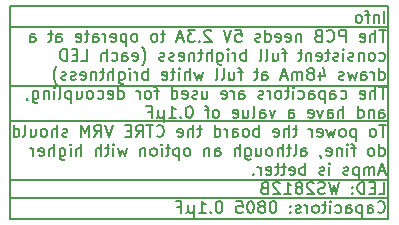
<source format=gbr>
%TF.GenerationSoftware,KiCad,Pcbnew,(6.0.5)*%
%TF.CreationDate,2022-08-25T18:23:53-06:00*%
%TF.ProjectId,Led Zia,4c656420-5a69-4612-9e6b-696361645f70,rev?*%
%TF.SameCoordinates,Original*%
%TF.FileFunction,Legend,Bot*%
%TF.FilePolarity,Positive*%
%FSLAX46Y46*%
G04 Gerber Fmt 4.6, Leading zero omitted, Abs format (unit mm)*
G04 Created by KiCad (PCBNEW (6.0.5)) date 2022-08-25 18:23:53*
%MOMM*%
%LPD*%
G01*
G04 APERTURE LIST*
%ADD10C,0.150000*%
G04 APERTURE END LIST*
D10*
X67500000Y-102000000D02*
X35500000Y-102000000D01*
X67500000Y-108500000D02*
X35500000Y-108500000D01*
X67500000Y-107000000D02*
X35500000Y-107000000D01*
X67500000Y-99000000D02*
X35500000Y-99000000D01*
X67500000Y-94000000D02*
X35500000Y-94000000D01*
X67164404Y-93652380D02*
X67164404Y-92652380D01*
X66688214Y-92985714D02*
X66688214Y-93652380D01*
X66688214Y-93080952D02*
X66640595Y-93033333D01*
X66545357Y-92985714D01*
X66402500Y-92985714D01*
X66307261Y-93033333D01*
X66259642Y-93128571D01*
X66259642Y-93652380D01*
X65926309Y-92985714D02*
X65545357Y-92985714D01*
X65783452Y-93652380D02*
X65783452Y-92795238D01*
X65735833Y-92700000D01*
X65640595Y-92652380D01*
X65545357Y-92652380D01*
X65069166Y-93652380D02*
X65164404Y-93604761D01*
X65212023Y-93557142D01*
X65259642Y-93461904D01*
X65259642Y-93176190D01*
X65212023Y-93080952D01*
X65164404Y-93033333D01*
X65069166Y-92985714D01*
X64926309Y-92985714D01*
X64831071Y-93033333D01*
X64783452Y-93080952D01*
X64735833Y-93176190D01*
X64735833Y-93461904D01*
X64783452Y-93557142D01*
X64831071Y-93604761D01*
X64926309Y-93652380D01*
X65069166Y-93652380D01*
X67307261Y-94262380D02*
X66735833Y-94262380D01*
X67021547Y-95262380D02*
X67021547Y-94262380D01*
X66402500Y-95262380D02*
X66402500Y-94262380D01*
X65973928Y-95262380D02*
X65973928Y-94738571D01*
X66021547Y-94643333D01*
X66116785Y-94595714D01*
X66259642Y-94595714D01*
X66354880Y-94643333D01*
X66402500Y-94690952D01*
X65116785Y-95214761D02*
X65212023Y-95262380D01*
X65402500Y-95262380D01*
X65497738Y-95214761D01*
X65545357Y-95119523D01*
X65545357Y-94738571D01*
X65497738Y-94643333D01*
X65402500Y-94595714D01*
X65212023Y-94595714D01*
X65116785Y-94643333D01*
X65069166Y-94738571D01*
X65069166Y-94833809D01*
X65545357Y-94929047D01*
X63878690Y-95262380D02*
X63878690Y-94262380D01*
X63497738Y-94262380D01*
X63402500Y-94310000D01*
X63354880Y-94357619D01*
X63307261Y-94452857D01*
X63307261Y-94595714D01*
X63354880Y-94690952D01*
X63402500Y-94738571D01*
X63497738Y-94786190D01*
X63878690Y-94786190D01*
X62307261Y-95167142D02*
X62354880Y-95214761D01*
X62497738Y-95262380D01*
X62592976Y-95262380D01*
X62735833Y-95214761D01*
X62831071Y-95119523D01*
X62878690Y-95024285D01*
X62926309Y-94833809D01*
X62926309Y-94690952D01*
X62878690Y-94500476D01*
X62831071Y-94405238D01*
X62735833Y-94310000D01*
X62592976Y-94262380D01*
X62497738Y-94262380D01*
X62354880Y-94310000D01*
X62307261Y-94357619D01*
X61545357Y-94738571D02*
X61402500Y-94786190D01*
X61354880Y-94833809D01*
X61307261Y-94929047D01*
X61307261Y-95071904D01*
X61354880Y-95167142D01*
X61402500Y-95214761D01*
X61497738Y-95262380D01*
X61878690Y-95262380D01*
X61878690Y-94262380D01*
X61545357Y-94262380D01*
X61450119Y-94310000D01*
X61402500Y-94357619D01*
X61354880Y-94452857D01*
X61354880Y-94548095D01*
X61402500Y-94643333D01*
X61450119Y-94690952D01*
X61545357Y-94738571D01*
X61878690Y-94738571D01*
X60116785Y-94595714D02*
X60116785Y-95262380D01*
X60116785Y-94690952D02*
X60069166Y-94643333D01*
X59973928Y-94595714D01*
X59831071Y-94595714D01*
X59735833Y-94643333D01*
X59688214Y-94738571D01*
X59688214Y-95262380D01*
X58831071Y-95214761D02*
X58926309Y-95262380D01*
X59116785Y-95262380D01*
X59212023Y-95214761D01*
X59259642Y-95119523D01*
X59259642Y-94738571D01*
X59212023Y-94643333D01*
X59116785Y-94595714D01*
X58926309Y-94595714D01*
X58831071Y-94643333D01*
X58783452Y-94738571D01*
X58783452Y-94833809D01*
X59259642Y-94929047D01*
X57973928Y-95214761D02*
X58069166Y-95262380D01*
X58259642Y-95262380D01*
X58354880Y-95214761D01*
X58402500Y-95119523D01*
X58402500Y-94738571D01*
X58354880Y-94643333D01*
X58259642Y-94595714D01*
X58069166Y-94595714D01*
X57973928Y-94643333D01*
X57926309Y-94738571D01*
X57926309Y-94833809D01*
X58402500Y-94929047D01*
X57069166Y-95262380D02*
X57069166Y-94262380D01*
X57069166Y-95214761D02*
X57164404Y-95262380D01*
X57354880Y-95262380D01*
X57450119Y-95214761D01*
X57497738Y-95167142D01*
X57545357Y-95071904D01*
X57545357Y-94786190D01*
X57497738Y-94690952D01*
X57450119Y-94643333D01*
X57354880Y-94595714D01*
X57164404Y-94595714D01*
X57069166Y-94643333D01*
X56640595Y-95214761D02*
X56545357Y-95262380D01*
X56354880Y-95262380D01*
X56259642Y-95214761D01*
X56212023Y-95119523D01*
X56212023Y-95071904D01*
X56259642Y-94976666D01*
X56354880Y-94929047D01*
X56497738Y-94929047D01*
X56592976Y-94881428D01*
X56640595Y-94786190D01*
X56640595Y-94738571D01*
X56592976Y-94643333D01*
X56497738Y-94595714D01*
X56354880Y-94595714D01*
X56259642Y-94643333D01*
X54545357Y-94262380D02*
X55021547Y-94262380D01*
X55069166Y-94738571D01*
X55021547Y-94690952D01*
X54926309Y-94643333D01*
X54688214Y-94643333D01*
X54592976Y-94690952D01*
X54545357Y-94738571D01*
X54497738Y-94833809D01*
X54497738Y-95071904D01*
X54545357Y-95167142D01*
X54592976Y-95214761D01*
X54688214Y-95262380D01*
X54926309Y-95262380D01*
X55021547Y-95214761D01*
X55069166Y-95167142D01*
X54212023Y-94262380D02*
X53878690Y-95262380D01*
X53545357Y-94262380D01*
X52497738Y-94357619D02*
X52450119Y-94310000D01*
X52354880Y-94262380D01*
X52116785Y-94262380D01*
X52021547Y-94310000D01*
X51973928Y-94357619D01*
X51926309Y-94452857D01*
X51926309Y-94548095D01*
X51973928Y-94690952D01*
X52545357Y-95262380D01*
X51926309Y-95262380D01*
X51497738Y-95167142D02*
X51450119Y-95214761D01*
X51497738Y-95262380D01*
X51545357Y-95214761D01*
X51497738Y-95167142D01*
X51497738Y-95262380D01*
X51116785Y-94262380D02*
X50497738Y-94262380D01*
X50831071Y-94643333D01*
X50688214Y-94643333D01*
X50592976Y-94690952D01*
X50545357Y-94738571D01*
X50497738Y-94833809D01*
X50497738Y-95071904D01*
X50545357Y-95167142D01*
X50592976Y-95214761D01*
X50688214Y-95262380D01*
X50973928Y-95262380D01*
X51069166Y-95214761D01*
X51116785Y-95167142D01*
X50116785Y-94976666D02*
X49640595Y-94976666D01*
X50212023Y-95262380D02*
X49878690Y-94262380D01*
X49545357Y-95262380D01*
X48592976Y-94595714D02*
X48212023Y-94595714D01*
X48450119Y-94262380D02*
X48450119Y-95119523D01*
X48402500Y-95214761D01*
X48307261Y-95262380D01*
X48212023Y-95262380D01*
X47735833Y-95262380D02*
X47831071Y-95214761D01*
X47878690Y-95167142D01*
X47926309Y-95071904D01*
X47926309Y-94786190D01*
X47878690Y-94690952D01*
X47831071Y-94643333D01*
X47735833Y-94595714D01*
X47592976Y-94595714D01*
X47497738Y-94643333D01*
X47450119Y-94690952D01*
X47402500Y-94786190D01*
X47402500Y-95071904D01*
X47450119Y-95167142D01*
X47497738Y-95214761D01*
X47592976Y-95262380D01*
X47735833Y-95262380D01*
X46069166Y-95262380D02*
X46164404Y-95214761D01*
X46212023Y-95167142D01*
X46259642Y-95071904D01*
X46259642Y-94786190D01*
X46212023Y-94690952D01*
X46164404Y-94643333D01*
X46069166Y-94595714D01*
X45926309Y-94595714D01*
X45831071Y-94643333D01*
X45783452Y-94690952D01*
X45735833Y-94786190D01*
X45735833Y-95071904D01*
X45783452Y-95167142D01*
X45831071Y-95214761D01*
X45926309Y-95262380D01*
X46069166Y-95262380D01*
X45307261Y-94595714D02*
X45307261Y-95595714D01*
X45307261Y-94643333D02*
X45212023Y-94595714D01*
X45021547Y-94595714D01*
X44926309Y-94643333D01*
X44878690Y-94690952D01*
X44831071Y-94786190D01*
X44831071Y-95071904D01*
X44878690Y-95167142D01*
X44926309Y-95214761D01*
X45021547Y-95262380D01*
X45212023Y-95262380D01*
X45307261Y-95214761D01*
X44021547Y-95214761D02*
X44116785Y-95262380D01*
X44307261Y-95262380D01*
X44402500Y-95214761D01*
X44450119Y-95119523D01*
X44450119Y-94738571D01*
X44402500Y-94643333D01*
X44307261Y-94595714D01*
X44116785Y-94595714D01*
X44021547Y-94643333D01*
X43973928Y-94738571D01*
X43973928Y-94833809D01*
X44450119Y-94929047D01*
X43545357Y-95262380D02*
X43545357Y-94595714D01*
X43545357Y-94786190D02*
X43497738Y-94690952D01*
X43450119Y-94643333D01*
X43354880Y-94595714D01*
X43259642Y-94595714D01*
X42497738Y-95262380D02*
X42497738Y-94738571D01*
X42545357Y-94643333D01*
X42640595Y-94595714D01*
X42831071Y-94595714D01*
X42926309Y-94643333D01*
X42497738Y-95214761D02*
X42592976Y-95262380D01*
X42831071Y-95262380D01*
X42926309Y-95214761D01*
X42973928Y-95119523D01*
X42973928Y-95024285D01*
X42926309Y-94929047D01*
X42831071Y-94881428D01*
X42592976Y-94881428D01*
X42497738Y-94833809D01*
X42164404Y-94595714D02*
X41783452Y-94595714D01*
X42021547Y-94262380D02*
X42021547Y-95119523D01*
X41973928Y-95214761D01*
X41878690Y-95262380D01*
X41783452Y-95262380D01*
X41069166Y-95214761D02*
X41164404Y-95262380D01*
X41354880Y-95262380D01*
X41450119Y-95214761D01*
X41497738Y-95119523D01*
X41497738Y-94738571D01*
X41450119Y-94643333D01*
X41354880Y-94595714D01*
X41164404Y-94595714D01*
X41069166Y-94643333D01*
X41021547Y-94738571D01*
X41021547Y-94833809D01*
X41497738Y-94929047D01*
X39402500Y-95262380D02*
X39402500Y-94738571D01*
X39450119Y-94643333D01*
X39545357Y-94595714D01*
X39735833Y-94595714D01*
X39831071Y-94643333D01*
X39402500Y-95214761D02*
X39497738Y-95262380D01*
X39735833Y-95262380D01*
X39831071Y-95214761D01*
X39878690Y-95119523D01*
X39878690Y-95024285D01*
X39831071Y-94929047D01*
X39735833Y-94881428D01*
X39497738Y-94881428D01*
X39402500Y-94833809D01*
X39069166Y-94595714D02*
X38688214Y-94595714D01*
X38926309Y-94262380D02*
X38926309Y-95119523D01*
X38878690Y-95214761D01*
X38783452Y-95262380D01*
X38688214Y-95262380D01*
X37164404Y-95262380D02*
X37164404Y-94738571D01*
X37212023Y-94643333D01*
X37307261Y-94595714D01*
X37497738Y-94595714D01*
X37592976Y-94643333D01*
X37164404Y-95214761D02*
X37259642Y-95262380D01*
X37497738Y-95262380D01*
X37592976Y-95214761D01*
X37640595Y-95119523D01*
X37640595Y-95024285D01*
X37592976Y-94929047D01*
X37497738Y-94881428D01*
X37259642Y-94881428D01*
X37164404Y-94833809D01*
X66735833Y-96824761D02*
X66831071Y-96872380D01*
X67021547Y-96872380D01*
X67116785Y-96824761D01*
X67164404Y-96777142D01*
X67212023Y-96681904D01*
X67212023Y-96396190D01*
X67164404Y-96300952D01*
X67116785Y-96253333D01*
X67021547Y-96205714D01*
X66831071Y-96205714D01*
X66735833Y-96253333D01*
X66164404Y-96872380D02*
X66259642Y-96824761D01*
X66307261Y-96777142D01*
X66354880Y-96681904D01*
X66354880Y-96396190D01*
X66307261Y-96300952D01*
X66259642Y-96253333D01*
X66164404Y-96205714D01*
X66021547Y-96205714D01*
X65926309Y-96253333D01*
X65878690Y-96300952D01*
X65831071Y-96396190D01*
X65831071Y-96681904D01*
X65878690Y-96777142D01*
X65926309Y-96824761D01*
X66021547Y-96872380D01*
X66164404Y-96872380D01*
X65402500Y-96205714D02*
X65402500Y-96872380D01*
X65402500Y-96300952D02*
X65354880Y-96253333D01*
X65259642Y-96205714D01*
X65116785Y-96205714D01*
X65021547Y-96253333D01*
X64973928Y-96348571D01*
X64973928Y-96872380D01*
X64545357Y-96824761D02*
X64450119Y-96872380D01*
X64259642Y-96872380D01*
X64164404Y-96824761D01*
X64116785Y-96729523D01*
X64116785Y-96681904D01*
X64164404Y-96586666D01*
X64259642Y-96539047D01*
X64402500Y-96539047D01*
X64497738Y-96491428D01*
X64545357Y-96396190D01*
X64545357Y-96348571D01*
X64497738Y-96253333D01*
X64402500Y-96205714D01*
X64259642Y-96205714D01*
X64164404Y-96253333D01*
X63688214Y-96872380D02*
X63688214Y-96205714D01*
X63688214Y-95872380D02*
X63735833Y-95920000D01*
X63688214Y-95967619D01*
X63640595Y-95920000D01*
X63688214Y-95872380D01*
X63688214Y-95967619D01*
X63259642Y-96824761D02*
X63164404Y-96872380D01*
X62973928Y-96872380D01*
X62878690Y-96824761D01*
X62831071Y-96729523D01*
X62831071Y-96681904D01*
X62878690Y-96586666D01*
X62973928Y-96539047D01*
X63116785Y-96539047D01*
X63212023Y-96491428D01*
X63259642Y-96396190D01*
X63259642Y-96348571D01*
X63212023Y-96253333D01*
X63116785Y-96205714D01*
X62973928Y-96205714D01*
X62878690Y-96253333D01*
X62545357Y-96205714D02*
X62164404Y-96205714D01*
X62402500Y-95872380D02*
X62402500Y-96729523D01*
X62354880Y-96824761D01*
X62259642Y-96872380D01*
X62164404Y-96872380D01*
X61450119Y-96824761D02*
X61545357Y-96872380D01*
X61735833Y-96872380D01*
X61831071Y-96824761D01*
X61878690Y-96729523D01*
X61878690Y-96348571D01*
X61831071Y-96253333D01*
X61735833Y-96205714D01*
X61545357Y-96205714D01*
X61450119Y-96253333D01*
X61402500Y-96348571D01*
X61402500Y-96443809D01*
X61878690Y-96539047D01*
X60973928Y-96205714D02*
X60973928Y-96872380D01*
X60973928Y-96300952D02*
X60926309Y-96253333D01*
X60831071Y-96205714D01*
X60688214Y-96205714D01*
X60592976Y-96253333D01*
X60545357Y-96348571D01*
X60545357Y-96872380D01*
X60212023Y-96205714D02*
X59831071Y-96205714D01*
X60069166Y-95872380D02*
X60069166Y-96729523D01*
X60021547Y-96824761D01*
X59926309Y-96872380D01*
X59831071Y-96872380D01*
X58878690Y-96205714D02*
X58497738Y-96205714D01*
X58735833Y-96872380D02*
X58735833Y-96015238D01*
X58688214Y-95920000D01*
X58592976Y-95872380D01*
X58497738Y-95872380D01*
X57735833Y-96205714D02*
X57735833Y-96872380D01*
X58164404Y-96205714D02*
X58164404Y-96729523D01*
X58116785Y-96824761D01*
X58021547Y-96872380D01*
X57878690Y-96872380D01*
X57783452Y-96824761D01*
X57735833Y-96777142D01*
X57116785Y-96872380D02*
X57212023Y-96824761D01*
X57259642Y-96729523D01*
X57259642Y-95872380D01*
X56592976Y-96872380D02*
X56688214Y-96824761D01*
X56735833Y-96729523D01*
X56735833Y-95872380D01*
X55450119Y-96872380D02*
X55450119Y-95872380D01*
X55450119Y-96253333D02*
X55354880Y-96205714D01*
X55164404Y-96205714D01*
X55069166Y-96253333D01*
X55021547Y-96300952D01*
X54973928Y-96396190D01*
X54973928Y-96681904D01*
X55021547Y-96777142D01*
X55069166Y-96824761D01*
X55164404Y-96872380D01*
X55354880Y-96872380D01*
X55450119Y-96824761D01*
X54545357Y-96872380D02*
X54545357Y-96205714D01*
X54545357Y-96396190D02*
X54497738Y-96300952D01*
X54450119Y-96253333D01*
X54354880Y-96205714D01*
X54259642Y-96205714D01*
X53926309Y-96872380D02*
X53926309Y-96205714D01*
X53926309Y-95872380D02*
X53973928Y-95920000D01*
X53926309Y-95967619D01*
X53878690Y-95920000D01*
X53926309Y-95872380D01*
X53926309Y-95967619D01*
X53021547Y-96205714D02*
X53021547Y-97015238D01*
X53069166Y-97110476D01*
X53116785Y-97158095D01*
X53212023Y-97205714D01*
X53354880Y-97205714D01*
X53450119Y-97158095D01*
X53021547Y-96824761D02*
X53116785Y-96872380D01*
X53307261Y-96872380D01*
X53402500Y-96824761D01*
X53450119Y-96777142D01*
X53497738Y-96681904D01*
X53497738Y-96396190D01*
X53450119Y-96300952D01*
X53402500Y-96253333D01*
X53307261Y-96205714D01*
X53116785Y-96205714D01*
X53021547Y-96253333D01*
X52545357Y-96872380D02*
X52545357Y-95872380D01*
X52116785Y-96872380D02*
X52116785Y-96348571D01*
X52164404Y-96253333D01*
X52259642Y-96205714D01*
X52402500Y-96205714D01*
X52497738Y-96253333D01*
X52545357Y-96300952D01*
X51783452Y-96205714D02*
X51402500Y-96205714D01*
X51640595Y-95872380D02*
X51640595Y-96729523D01*
X51592976Y-96824761D01*
X51497738Y-96872380D01*
X51402500Y-96872380D01*
X51069166Y-96205714D02*
X51069166Y-96872380D01*
X51069166Y-96300952D02*
X51021547Y-96253333D01*
X50926309Y-96205714D01*
X50783452Y-96205714D01*
X50688214Y-96253333D01*
X50640595Y-96348571D01*
X50640595Y-96872380D01*
X49783452Y-96824761D02*
X49878690Y-96872380D01*
X50069166Y-96872380D01*
X50164404Y-96824761D01*
X50212023Y-96729523D01*
X50212023Y-96348571D01*
X50164404Y-96253333D01*
X50069166Y-96205714D01*
X49878690Y-96205714D01*
X49783452Y-96253333D01*
X49735833Y-96348571D01*
X49735833Y-96443809D01*
X50212023Y-96539047D01*
X49354880Y-96824761D02*
X49259642Y-96872380D01*
X49069166Y-96872380D01*
X48973928Y-96824761D01*
X48926309Y-96729523D01*
X48926309Y-96681904D01*
X48973928Y-96586666D01*
X49069166Y-96539047D01*
X49212023Y-96539047D01*
X49307261Y-96491428D01*
X49354880Y-96396190D01*
X49354880Y-96348571D01*
X49307261Y-96253333D01*
X49212023Y-96205714D01*
X49069166Y-96205714D01*
X48973928Y-96253333D01*
X48545357Y-96824761D02*
X48450119Y-96872380D01*
X48259642Y-96872380D01*
X48164404Y-96824761D01*
X48116785Y-96729523D01*
X48116785Y-96681904D01*
X48164404Y-96586666D01*
X48259642Y-96539047D01*
X48402500Y-96539047D01*
X48497738Y-96491428D01*
X48545357Y-96396190D01*
X48545357Y-96348571D01*
X48497738Y-96253333D01*
X48402500Y-96205714D01*
X48259642Y-96205714D01*
X48164404Y-96253333D01*
X46640595Y-97253333D02*
X46688214Y-97205714D01*
X46783452Y-97062857D01*
X46831071Y-96967619D01*
X46878690Y-96824761D01*
X46926309Y-96586666D01*
X46926309Y-96396190D01*
X46878690Y-96158095D01*
X46831071Y-96015238D01*
X46783452Y-95920000D01*
X46688214Y-95777142D01*
X46640595Y-95729523D01*
X45878690Y-96824761D02*
X45973928Y-96872380D01*
X46164404Y-96872380D01*
X46259642Y-96824761D01*
X46307261Y-96729523D01*
X46307261Y-96348571D01*
X46259642Y-96253333D01*
X46164404Y-96205714D01*
X45973928Y-96205714D01*
X45878690Y-96253333D01*
X45831071Y-96348571D01*
X45831071Y-96443809D01*
X46307261Y-96539047D01*
X44973928Y-96872380D02*
X44973928Y-96348571D01*
X45021547Y-96253333D01*
X45116785Y-96205714D01*
X45307261Y-96205714D01*
X45402500Y-96253333D01*
X44973928Y-96824761D02*
X45069166Y-96872380D01*
X45307261Y-96872380D01*
X45402500Y-96824761D01*
X45450119Y-96729523D01*
X45450119Y-96634285D01*
X45402500Y-96539047D01*
X45307261Y-96491428D01*
X45069166Y-96491428D01*
X44973928Y-96443809D01*
X44069166Y-96824761D02*
X44164404Y-96872380D01*
X44354880Y-96872380D01*
X44450119Y-96824761D01*
X44497738Y-96777142D01*
X44545357Y-96681904D01*
X44545357Y-96396190D01*
X44497738Y-96300952D01*
X44450119Y-96253333D01*
X44354880Y-96205714D01*
X44164404Y-96205714D01*
X44069166Y-96253333D01*
X43640595Y-96872380D02*
X43640595Y-95872380D01*
X43212023Y-96872380D02*
X43212023Y-96348571D01*
X43259642Y-96253333D01*
X43354880Y-96205714D01*
X43497738Y-96205714D01*
X43592976Y-96253333D01*
X43640595Y-96300952D01*
X41497738Y-96872380D02*
X41973928Y-96872380D01*
X41973928Y-95872380D01*
X41164404Y-96348571D02*
X40831071Y-96348571D01*
X40688214Y-96872380D02*
X41164404Y-96872380D01*
X41164404Y-95872380D01*
X40688214Y-95872380D01*
X40259642Y-96872380D02*
X40259642Y-95872380D01*
X40021547Y-95872380D01*
X39878690Y-95920000D01*
X39783452Y-96015238D01*
X39735833Y-96110476D01*
X39688214Y-96300952D01*
X39688214Y-96443809D01*
X39735833Y-96634285D01*
X39783452Y-96729523D01*
X39878690Y-96824761D01*
X40021547Y-96872380D01*
X40259642Y-96872380D01*
X66735833Y-98482380D02*
X66735833Y-97482380D01*
X66735833Y-98434761D02*
X66831071Y-98482380D01*
X67021547Y-98482380D01*
X67116785Y-98434761D01*
X67164404Y-98387142D01*
X67212023Y-98291904D01*
X67212023Y-98006190D01*
X67164404Y-97910952D01*
X67116785Y-97863333D01*
X67021547Y-97815714D01*
X66831071Y-97815714D01*
X66735833Y-97863333D01*
X66259642Y-98482380D02*
X66259642Y-97815714D01*
X66259642Y-98006190D02*
X66212023Y-97910952D01*
X66164404Y-97863333D01*
X66069166Y-97815714D01*
X65973928Y-97815714D01*
X65212023Y-98482380D02*
X65212023Y-97958571D01*
X65259642Y-97863333D01*
X65354880Y-97815714D01*
X65545357Y-97815714D01*
X65640595Y-97863333D01*
X65212023Y-98434761D02*
X65307261Y-98482380D01*
X65545357Y-98482380D01*
X65640595Y-98434761D01*
X65688214Y-98339523D01*
X65688214Y-98244285D01*
X65640595Y-98149047D01*
X65545357Y-98101428D01*
X65307261Y-98101428D01*
X65212023Y-98053809D01*
X64831071Y-97815714D02*
X64640595Y-98482380D01*
X64450119Y-98006190D01*
X64259642Y-98482380D01*
X64069166Y-97815714D01*
X63735833Y-98434761D02*
X63640595Y-98482380D01*
X63450119Y-98482380D01*
X63354880Y-98434761D01*
X63307261Y-98339523D01*
X63307261Y-98291904D01*
X63354880Y-98196666D01*
X63450119Y-98149047D01*
X63592976Y-98149047D01*
X63688214Y-98101428D01*
X63735833Y-98006190D01*
X63735833Y-97958571D01*
X63688214Y-97863333D01*
X63592976Y-97815714D01*
X63450119Y-97815714D01*
X63354880Y-97863333D01*
X61688214Y-97815714D02*
X61688214Y-98482380D01*
X61926309Y-97434761D02*
X62164404Y-98149047D01*
X61545357Y-98149047D01*
X61021547Y-97910952D02*
X61116785Y-97863333D01*
X61164404Y-97815714D01*
X61212023Y-97720476D01*
X61212023Y-97672857D01*
X61164404Y-97577619D01*
X61116785Y-97530000D01*
X61021547Y-97482380D01*
X60831071Y-97482380D01*
X60735833Y-97530000D01*
X60688214Y-97577619D01*
X60640595Y-97672857D01*
X60640595Y-97720476D01*
X60688214Y-97815714D01*
X60735833Y-97863333D01*
X60831071Y-97910952D01*
X61021547Y-97910952D01*
X61116785Y-97958571D01*
X61164404Y-98006190D01*
X61212023Y-98101428D01*
X61212023Y-98291904D01*
X61164404Y-98387142D01*
X61116785Y-98434761D01*
X61021547Y-98482380D01*
X60831071Y-98482380D01*
X60735833Y-98434761D01*
X60688214Y-98387142D01*
X60640595Y-98291904D01*
X60640595Y-98101428D01*
X60688214Y-98006190D01*
X60735833Y-97958571D01*
X60831071Y-97910952D01*
X60212023Y-98482380D02*
X60212023Y-97815714D01*
X60212023Y-97910952D02*
X60164404Y-97863333D01*
X60069166Y-97815714D01*
X59926309Y-97815714D01*
X59831071Y-97863333D01*
X59783452Y-97958571D01*
X59783452Y-98482380D01*
X59783452Y-97958571D02*
X59735833Y-97863333D01*
X59640595Y-97815714D01*
X59497738Y-97815714D01*
X59402500Y-97863333D01*
X59354880Y-97958571D01*
X59354880Y-98482380D01*
X58926309Y-98196666D02*
X58450119Y-98196666D01*
X59021547Y-98482380D02*
X58688214Y-97482380D01*
X58354880Y-98482380D01*
X56831071Y-98482380D02*
X56831071Y-97958571D01*
X56878690Y-97863333D01*
X56973928Y-97815714D01*
X57164404Y-97815714D01*
X57259642Y-97863333D01*
X56831071Y-98434761D02*
X56926309Y-98482380D01*
X57164404Y-98482380D01*
X57259642Y-98434761D01*
X57307261Y-98339523D01*
X57307261Y-98244285D01*
X57259642Y-98149047D01*
X57164404Y-98101428D01*
X56926309Y-98101428D01*
X56831071Y-98053809D01*
X56497738Y-97815714D02*
X56116785Y-97815714D01*
X56354880Y-97482380D02*
X56354880Y-98339523D01*
X56307261Y-98434761D01*
X56212023Y-98482380D01*
X56116785Y-98482380D01*
X55164404Y-97815714D02*
X54783452Y-97815714D01*
X55021547Y-98482380D02*
X55021547Y-97625238D01*
X54973928Y-97530000D01*
X54878690Y-97482380D01*
X54783452Y-97482380D01*
X54021547Y-97815714D02*
X54021547Y-98482380D01*
X54450119Y-97815714D02*
X54450119Y-98339523D01*
X54402500Y-98434761D01*
X54307261Y-98482380D01*
X54164404Y-98482380D01*
X54069166Y-98434761D01*
X54021547Y-98387142D01*
X53402500Y-98482380D02*
X53497738Y-98434761D01*
X53545357Y-98339523D01*
X53545357Y-97482380D01*
X52878690Y-98482380D02*
X52973928Y-98434761D01*
X53021547Y-98339523D01*
X53021547Y-97482380D01*
X51831071Y-97815714D02*
X51640595Y-98482380D01*
X51450119Y-98006190D01*
X51259642Y-98482380D01*
X51069166Y-97815714D01*
X50688214Y-98482380D02*
X50688214Y-97482380D01*
X50259642Y-98482380D02*
X50259642Y-97958571D01*
X50307261Y-97863333D01*
X50402500Y-97815714D01*
X50545357Y-97815714D01*
X50640595Y-97863333D01*
X50688214Y-97910952D01*
X49783452Y-98482380D02*
X49783452Y-97815714D01*
X49783452Y-97482380D02*
X49831071Y-97530000D01*
X49783452Y-97577619D01*
X49735833Y-97530000D01*
X49783452Y-97482380D01*
X49783452Y-97577619D01*
X49450119Y-97815714D02*
X49069166Y-97815714D01*
X49307261Y-97482380D02*
X49307261Y-98339523D01*
X49259642Y-98434761D01*
X49164404Y-98482380D01*
X49069166Y-98482380D01*
X48354880Y-98434761D02*
X48450119Y-98482380D01*
X48640595Y-98482380D01*
X48735833Y-98434761D01*
X48783452Y-98339523D01*
X48783452Y-97958571D01*
X48735833Y-97863333D01*
X48640595Y-97815714D01*
X48450119Y-97815714D01*
X48354880Y-97863333D01*
X48307261Y-97958571D01*
X48307261Y-98053809D01*
X48783452Y-98149047D01*
X47116785Y-98482380D02*
X47116785Y-97482380D01*
X47116785Y-97863333D02*
X47021547Y-97815714D01*
X46831071Y-97815714D01*
X46735833Y-97863333D01*
X46688214Y-97910952D01*
X46640595Y-98006190D01*
X46640595Y-98291904D01*
X46688214Y-98387142D01*
X46735833Y-98434761D01*
X46831071Y-98482380D01*
X47021547Y-98482380D01*
X47116785Y-98434761D01*
X46212023Y-98482380D02*
X46212023Y-97815714D01*
X46212023Y-98006190D02*
X46164404Y-97910952D01*
X46116785Y-97863333D01*
X46021547Y-97815714D01*
X45926309Y-97815714D01*
X45592976Y-98482380D02*
X45592976Y-97815714D01*
X45592976Y-97482380D02*
X45640595Y-97530000D01*
X45592976Y-97577619D01*
X45545357Y-97530000D01*
X45592976Y-97482380D01*
X45592976Y-97577619D01*
X44688214Y-97815714D02*
X44688214Y-98625238D01*
X44735833Y-98720476D01*
X44783452Y-98768095D01*
X44878690Y-98815714D01*
X45021547Y-98815714D01*
X45116785Y-98768095D01*
X44688214Y-98434761D02*
X44783452Y-98482380D01*
X44973928Y-98482380D01*
X45069166Y-98434761D01*
X45116785Y-98387142D01*
X45164404Y-98291904D01*
X45164404Y-98006190D01*
X45116785Y-97910952D01*
X45069166Y-97863333D01*
X44973928Y-97815714D01*
X44783452Y-97815714D01*
X44688214Y-97863333D01*
X44212023Y-98482380D02*
X44212023Y-97482380D01*
X43783452Y-98482380D02*
X43783452Y-97958571D01*
X43831071Y-97863333D01*
X43926309Y-97815714D01*
X44069166Y-97815714D01*
X44164404Y-97863333D01*
X44212023Y-97910952D01*
X43450119Y-97815714D02*
X43069166Y-97815714D01*
X43307261Y-97482380D02*
X43307261Y-98339523D01*
X43259642Y-98434761D01*
X43164404Y-98482380D01*
X43069166Y-98482380D01*
X42735833Y-97815714D02*
X42735833Y-98482380D01*
X42735833Y-97910952D02*
X42688214Y-97863333D01*
X42592976Y-97815714D01*
X42450119Y-97815714D01*
X42354880Y-97863333D01*
X42307261Y-97958571D01*
X42307261Y-98482380D01*
X41450119Y-98434761D02*
X41545357Y-98482380D01*
X41735833Y-98482380D01*
X41831071Y-98434761D01*
X41878690Y-98339523D01*
X41878690Y-97958571D01*
X41831071Y-97863333D01*
X41735833Y-97815714D01*
X41545357Y-97815714D01*
X41450119Y-97863333D01*
X41402500Y-97958571D01*
X41402500Y-98053809D01*
X41878690Y-98149047D01*
X41021547Y-98434761D02*
X40926309Y-98482380D01*
X40735833Y-98482380D01*
X40640595Y-98434761D01*
X40592976Y-98339523D01*
X40592976Y-98291904D01*
X40640595Y-98196666D01*
X40735833Y-98149047D01*
X40878690Y-98149047D01*
X40973928Y-98101428D01*
X41021547Y-98006190D01*
X41021547Y-97958571D01*
X40973928Y-97863333D01*
X40878690Y-97815714D01*
X40735833Y-97815714D01*
X40640595Y-97863333D01*
X40212023Y-98434761D02*
X40116785Y-98482380D01*
X39926309Y-98482380D01*
X39831071Y-98434761D01*
X39783452Y-98339523D01*
X39783452Y-98291904D01*
X39831071Y-98196666D01*
X39926309Y-98149047D01*
X40069166Y-98149047D01*
X40164404Y-98101428D01*
X40212023Y-98006190D01*
X40212023Y-97958571D01*
X40164404Y-97863333D01*
X40069166Y-97815714D01*
X39926309Y-97815714D01*
X39831071Y-97863333D01*
X39450119Y-98863333D02*
X39402500Y-98815714D01*
X39307261Y-98672857D01*
X39259642Y-98577619D01*
X39212023Y-98434761D01*
X39164404Y-98196666D01*
X39164404Y-98006190D01*
X39212023Y-97768095D01*
X39259642Y-97625238D01*
X39307261Y-97530000D01*
X39402500Y-97387142D01*
X39450119Y-97339523D01*
X67307261Y-99092380D02*
X66735833Y-99092380D01*
X67021547Y-100092380D02*
X67021547Y-99092380D01*
X66402500Y-100092380D02*
X66402500Y-99092380D01*
X65973928Y-100092380D02*
X65973928Y-99568571D01*
X66021547Y-99473333D01*
X66116785Y-99425714D01*
X66259642Y-99425714D01*
X66354880Y-99473333D01*
X66402500Y-99520952D01*
X65116785Y-100044761D02*
X65212023Y-100092380D01*
X65402500Y-100092380D01*
X65497738Y-100044761D01*
X65545357Y-99949523D01*
X65545357Y-99568571D01*
X65497738Y-99473333D01*
X65402500Y-99425714D01*
X65212023Y-99425714D01*
X65116785Y-99473333D01*
X65069166Y-99568571D01*
X65069166Y-99663809D01*
X65545357Y-99759047D01*
X63450119Y-100044761D02*
X63545357Y-100092380D01*
X63735833Y-100092380D01*
X63831071Y-100044761D01*
X63878690Y-99997142D01*
X63926309Y-99901904D01*
X63926309Y-99616190D01*
X63878690Y-99520952D01*
X63831071Y-99473333D01*
X63735833Y-99425714D01*
X63545357Y-99425714D01*
X63450119Y-99473333D01*
X62592976Y-100092380D02*
X62592976Y-99568571D01*
X62640595Y-99473333D01*
X62735833Y-99425714D01*
X62926309Y-99425714D01*
X63021547Y-99473333D01*
X62592976Y-100044761D02*
X62688214Y-100092380D01*
X62926309Y-100092380D01*
X63021547Y-100044761D01*
X63069166Y-99949523D01*
X63069166Y-99854285D01*
X63021547Y-99759047D01*
X62926309Y-99711428D01*
X62688214Y-99711428D01*
X62592976Y-99663809D01*
X62116785Y-99425714D02*
X62116785Y-100425714D01*
X62116785Y-99473333D02*
X62021547Y-99425714D01*
X61831071Y-99425714D01*
X61735833Y-99473333D01*
X61688214Y-99520952D01*
X61640595Y-99616190D01*
X61640595Y-99901904D01*
X61688214Y-99997142D01*
X61735833Y-100044761D01*
X61831071Y-100092380D01*
X62021547Y-100092380D01*
X62116785Y-100044761D01*
X60783452Y-100092380D02*
X60783452Y-99568571D01*
X60831071Y-99473333D01*
X60926309Y-99425714D01*
X61116785Y-99425714D01*
X61212023Y-99473333D01*
X60783452Y-100044761D02*
X60878690Y-100092380D01*
X61116785Y-100092380D01*
X61212023Y-100044761D01*
X61259642Y-99949523D01*
X61259642Y-99854285D01*
X61212023Y-99759047D01*
X61116785Y-99711428D01*
X60878690Y-99711428D01*
X60783452Y-99663809D01*
X59878690Y-100044761D02*
X59973928Y-100092380D01*
X60164404Y-100092380D01*
X60259642Y-100044761D01*
X60307261Y-99997142D01*
X60354880Y-99901904D01*
X60354880Y-99616190D01*
X60307261Y-99520952D01*
X60259642Y-99473333D01*
X60164404Y-99425714D01*
X59973928Y-99425714D01*
X59878690Y-99473333D01*
X59450119Y-100092380D02*
X59450119Y-99425714D01*
X59450119Y-99092380D02*
X59497738Y-99140000D01*
X59450119Y-99187619D01*
X59402500Y-99140000D01*
X59450119Y-99092380D01*
X59450119Y-99187619D01*
X59116785Y-99425714D02*
X58735833Y-99425714D01*
X58973928Y-99092380D02*
X58973928Y-99949523D01*
X58926309Y-100044761D01*
X58831071Y-100092380D01*
X58735833Y-100092380D01*
X58259642Y-100092380D02*
X58354880Y-100044761D01*
X58402500Y-99997142D01*
X58450119Y-99901904D01*
X58450119Y-99616190D01*
X58402500Y-99520952D01*
X58354880Y-99473333D01*
X58259642Y-99425714D01*
X58116785Y-99425714D01*
X58021547Y-99473333D01*
X57973928Y-99520952D01*
X57926309Y-99616190D01*
X57926309Y-99901904D01*
X57973928Y-99997142D01*
X58021547Y-100044761D01*
X58116785Y-100092380D01*
X58259642Y-100092380D01*
X57497738Y-100092380D02*
X57497738Y-99425714D01*
X57497738Y-99616190D02*
X57450119Y-99520952D01*
X57402500Y-99473333D01*
X57307261Y-99425714D01*
X57212023Y-99425714D01*
X56926309Y-100044761D02*
X56831071Y-100092380D01*
X56640595Y-100092380D01*
X56545357Y-100044761D01*
X56497738Y-99949523D01*
X56497738Y-99901904D01*
X56545357Y-99806666D01*
X56640595Y-99759047D01*
X56783452Y-99759047D01*
X56878690Y-99711428D01*
X56926309Y-99616190D01*
X56926309Y-99568571D01*
X56878690Y-99473333D01*
X56783452Y-99425714D01*
X56640595Y-99425714D01*
X56545357Y-99473333D01*
X54878690Y-100092380D02*
X54878690Y-99568571D01*
X54926309Y-99473333D01*
X55021547Y-99425714D01*
X55212023Y-99425714D01*
X55307261Y-99473333D01*
X54878690Y-100044761D02*
X54973928Y-100092380D01*
X55212023Y-100092380D01*
X55307261Y-100044761D01*
X55354880Y-99949523D01*
X55354880Y-99854285D01*
X55307261Y-99759047D01*
X55212023Y-99711428D01*
X54973928Y-99711428D01*
X54878690Y-99663809D01*
X54402500Y-100092380D02*
X54402500Y-99425714D01*
X54402500Y-99616190D02*
X54354880Y-99520952D01*
X54307261Y-99473333D01*
X54212023Y-99425714D01*
X54116785Y-99425714D01*
X53402500Y-100044761D02*
X53497738Y-100092380D01*
X53688214Y-100092380D01*
X53783452Y-100044761D01*
X53831071Y-99949523D01*
X53831071Y-99568571D01*
X53783452Y-99473333D01*
X53688214Y-99425714D01*
X53497738Y-99425714D01*
X53402500Y-99473333D01*
X53354880Y-99568571D01*
X53354880Y-99663809D01*
X53831071Y-99759047D01*
X51735833Y-99425714D02*
X51735833Y-100092380D01*
X52164404Y-99425714D02*
X52164404Y-99949523D01*
X52116785Y-100044761D01*
X52021547Y-100092380D01*
X51878690Y-100092380D01*
X51783452Y-100044761D01*
X51735833Y-99997142D01*
X51307261Y-100044761D02*
X51212023Y-100092380D01*
X51021547Y-100092380D01*
X50926309Y-100044761D01*
X50878690Y-99949523D01*
X50878690Y-99901904D01*
X50926309Y-99806666D01*
X51021547Y-99759047D01*
X51164404Y-99759047D01*
X51259642Y-99711428D01*
X51307261Y-99616190D01*
X51307261Y-99568571D01*
X51259642Y-99473333D01*
X51164404Y-99425714D01*
X51021547Y-99425714D01*
X50926309Y-99473333D01*
X50069166Y-100044761D02*
X50164404Y-100092380D01*
X50354880Y-100092380D01*
X50450119Y-100044761D01*
X50497738Y-99949523D01*
X50497738Y-99568571D01*
X50450119Y-99473333D01*
X50354880Y-99425714D01*
X50164404Y-99425714D01*
X50069166Y-99473333D01*
X50021547Y-99568571D01*
X50021547Y-99663809D01*
X50497738Y-99759047D01*
X49164404Y-100092380D02*
X49164404Y-99092380D01*
X49164404Y-100044761D02*
X49259642Y-100092380D01*
X49450119Y-100092380D01*
X49545357Y-100044761D01*
X49592976Y-99997142D01*
X49640595Y-99901904D01*
X49640595Y-99616190D01*
X49592976Y-99520952D01*
X49545357Y-99473333D01*
X49450119Y-99425714D01*
X49259642Y-99425714D01*
X49164404Y-99473333D01*
X48069166Y-99425714D02*
X47688214Y-99425714D01*
X47926309Y-100092380D02*
X47926309Y-99235238D01*
X47878690Y-99140000D01*
X47783452Y-99092380D01*
X47688214Y-99092380D01*
X47212023Y-100092380D02*
X47307261Y-100044761D01*
X47354880Y-99997142D01*
X47402500Y-99901904D01*
X47402500Y-99616190D01*
X47354880Y-99520952D01*
X47307261Y-99473333D01*
X47212023Y-99425714D01*
X47069166Y-99425714D01*
X46973928Y-99473333D01*
X46926309Y-99520952D01*
X46878690Y-99616190D01*
X46878690Y-99901904D01*
X46926309Y-99997142D01*
X46973928Y-100044761D01*
X47069166Y-100092380D01*
X47212023Y-100092380D01*
X46450119Y-100092380D02*
X46450119Y-99425714D01*
X46450119Y-99616190D02*
X46402500Y-99520952D01*
X46354880Y-99473333D01*
X46259642Y-99425714D01*
X46164404Y-99425714D01*
X44640595Y-100092380D02*
X44640595Y-99092380D01*
X44640595Y-100044761D02*
X44735833Y-100092380D01*
X44926309Y-100092380D01*
X45021547Y-100044761D01*
X45069166Y-99997142D01*
X45116785Y-99901904D01*
X45116785Y-99616190D01*
X45069166Y-99520952D01*
X45021547Y-99473333D01*
X44926309Y-99425714D01*
X44735833Y-99425714D01*
X44640595Y-99473333D01*
X43783452Y-100044761D02*
X43878690Y-100092380D01*
X44069166Y-100092380D01*
X44164404Y-100044761D01*
X44212023Y-99949523D01*
X44212023Y-99568571D01*
X44164404Y-99473333D01*
X44069166Y-99425714D01*
X43878690Y-99425714D01*
X43783452Y-99473333D01*
X43735833Y-99568571D01*
X43735833Y-99663809D01*
X44212023Y-99759047D01*
X42878690Y-100044761D02*
X42973928Y-100092380D01*
X43164404Y-100092380D01*
X43259642Y-100044761D01*
X43307261Y-99997142D01*
X43354880Y-99901904D01*
X43354880Y-99616190D01*
X43307261Y-99520952D01*
X43259642Y-99473333D01*
X43164404Y-99425714D01*
X42973928Y-99425714D01*
X42878690Y-99473333D01*
X42307261Y-100092380D02*
X42402500Y-100044761D01*
X42450119Y-99997142D01*
X42497738Y-99901904D01*
X42497738Y-99616190D01*
X42450119Y-99520952D01*
X42402500Y-99473333D01*
X42307261Y-99425714D01*
X42164404Y-99425714D01*
X42069166Y-99473333D01*
X42021547Y-99520952D01*
X41973928Y-99616190D01*
X41973928Y-99901904D01*
X42021547Y-99997142D01*
X42069166Y-100044761D01*
X42164404Y-100092380D01*
X42307261Y-100092380D01*
X41116785Y-99425714D02*
X41116785Y-100092380D01*
X41545357Y-99425714D02*
X41545357Y-99949523D01*
X41497738Y-100044761D01*
X41402500Y-100092380D01*
X41259642Y-100092380D01*
X41164404Y-100044761D01*
X41116785Y-99997142D01*
X40640595Y-99425714D02*
X40640595Y-100425714D01*
X40640595Y-99473333D02*
X40545357Y-99425714D01*
X40354880Y-99425714D01*
X40259642Y-99473333D01*
X40212023Y-99520952D01*
X40164404Y-99616190D01*
X40164404Y-99901904D01*
X40212023Y-99997142D01*
X40259642Y-100044761D01*
X40354880Y-100092380D01*
X40545357Y-100092380D01*
X40640595Y-100044761D01*
X39592976Y-100092380D02*
X39688214Y-100044761D01*
X39735833Y-99949523D01*
X39735833Y-99092380D01*
X39212023Y-100092380D02*
X39212023Y-99425714D01*
X39212023Y-99092380D02*
X39259642Y-99140000D01*
X39212023Y-99187619D01*
X39164404Y-99140000D01*
X39212023Y-99092380D01*
X39212023Y-99187619D01*
X38735833Y-99425714D02*
X38735833Y-100092380D01*
X38735833Y-99520952D02*
X38688214Y-99473333D01*
X38592976Y-99425714D01*
X38450119Y-99425714D01*
X38354880Y-99473333D01*
X38307261Y-99568571D01*
X38307261Y-100092380D01*
X37402500Y-99425714D02*
X37402500Y-100235238D01*
X37450119Y-100330476D01*
X37497738Y-100378095D01*
X37592976Y-100425714D01*
X37735833Y-100425714D01*
X37831071Y-100378095D01*
X37402500Y-100044761D02*
X37497738Y-100092380D01*
X37688214Y-100092380D01*
X37783452Y-100044761D01*
X37831071Y-99997142D01*
X37878690Y-99901904D01*
X37878690Y-99616190D01*
X37831071Y-99520952D01*
X37783452Y-99473333D01*
X37688214Y-99425714D01*
X37497738Y-99425714D01*
X37402500Y-99473333D01*
X36878690Y-100044761D02*
X36878690Y-100092380D01*
X36926309Y-100187619D01*
X36973928Y-100235238D01*
X66735833Y-101702380D02*
X66735833Y-101178571D01*
X66783452Y-101083333D01*
X66878690Y-101035714D01*
X67069166Y-101035714D01*
X67164404Y-101083333D01*
X66735833Y-101654761D02*
X66831071Y-101702380D01*
X67069166Y-101702380D01*
X67164404Y-101654761D01*
X67212023Y-101559523D01*
X67212023Y-101464285D01*
X67164404Y-101369047D01*
X67069166Y-101321428D01*
X66831071Y-101321428D01*
X66735833Y-101273809D01*
X66259642Y-101035714D02*
X66259642Y-101702380D01*
X66259642Y-101130952D02*
X66212023Y-101083333D01*
X66116785Y-101035714D01*
X65973928Y-101035714D01*
X65878690Y-101083333D01*
X65831071Y-101178571D01*
X65831071Y-101702380D01*
X64926309Y-101702380D02*
X64926309Y-100702380D01*
X64926309Y-101654761D02*
X65021547Y-101702380D01*
X65212023Y-101702380D01*
X65307261Y-101654761D01*
X65354880Y-101607142D01*
X65402500Y-101511904D01*
X65402500Y-101226190D01*
X65354880Y-101130952D01*
X65307261Y-101083333D01*
X65212023Y-101035714D01*
X65021547Y-101035714D01*
X64926309Y-101083333D01*
X63688214Y-101702380D02*
X63688214Y-100702380D01*
X63259642Y-101702380D02*
X63259642Y-101178571D01*
X63307261Y-101083333D01*
X63402500Y-101035714D01*
X63545357Y-101035714D01*
X63640595Y-101083333D01*
X63688214Y-101130952D01*
X62354880Y-101702380D02*
X62354880Y-101178571D01*
X62402500Y-101083333D01*
X62497738Y-101035714D01*
X62688214Y-101035714D01*
X62783452Y-101083333D01*
X62354880Y-101654761D02*
X62450119Y-101702380D01*
X62688214Y-101702380D01*
X62783452Y-101654761D01*
X62831071Y-101559523D01*
X62831071Y-101464285D01*
X62783452Y-101369047D01*
X62688214Y-101321428D01*
X62450119Y-101321428D01*
X62354880Y-101273809D01*
X61973928Y-101035714D02*
X61735833Y-101702380D01*
X61497738Y-101035714D01*
X60735833Y-101654761D02*
X60831071Y-101702380D01*
X61021547Y-101702380D01*
X61116785Y-101654761D01*
X61164404Y-101559523D01*
X61164404Y-101178571D01*
X61116785Y-101083333D01*
X61021547Y-101035714D01*
X60831071Y-101035714D01*
X60735833Y-101083333D01*
X60688214Y-101178571D01*
X60688214Y-101273809D01*
X61164404Y-101369047D01*
X59069166Y-101702380D02*
X59069166Y-101178571D01*
X59116785Y-101083333D01*
X59212023Y-101035714D01*
X59402500Y-101035714D01*
X59497738Y-101083333D01*
X59069166Y-101654761D02*
X59164404Y-101702380D01*
X59402500Y-101702380D01*
X59497738Y-101654761D01*
X59545357Y-101559523D01*
X59545357Y-101464285D01*
X59497738Y-101369047D01*
X59402500Y-101321428D01*
X59164404Y-101321428D01*
X59069166Y-101273809D01*
X57926309Y-101035714D02*
X57688214Y-101702380D01*
X57450119Y-101035714D01*
X56640595Y-101702380D02*
X56640595Y-101178571D01*
X56688214Y-101083333D01*
X56783452Y-101035714D01*
X56973928Y-101035714D01*
X57069166Y-101083333D01*
X56640595Y-101654761D02*
X56735833Y-101702380D01*
X56973928Y-101702380D01*
X57069166Y-101654761D01*
X57116785Y-101559523D01*
X57116785Y-101464285D01*
X57069166Y-101369047D01*
X56973928Y-101321428D01*
X56735833Y-101321428D01*
X56640595Y-101273809D01*
X56021547Y-101702380D02*
X56116785Y-101654761D01*
X56164404Y-101559523D01*
X56164404Y-100702380D01*
X55212023Y-101035714D02*
X55212023Y-101702380D01*
X55640595Y-101035714D02*
X55640595Y-101559523D01*
X55592976Y-101654761D01*
X55497738Y-101702380D01*
X55354880Y-101702380D01*
X55259642Y-101654761D01*
X55212023Y-101607142D01*
X54354880Y-101654761D02*
X54450119Y-101702380D01*
X54640595Y-101702380D01*
X54735833Y-101654761D01*
X54783452Y-101559523D01*
X54783452Y-101178571D01*
X54735833Y-101083333D01*
X54640595Y-101035714D01*
X54450119Y-101035714D01*
X54354880Y-101083333D01*
X54307261Y-101178571D01*
X54307261Y-101273809D01*
X54783452Y-101369047D01*
X52973928Y-101702380D02*
X53069166Y-101654761D01*
X53116785Y-101607142D01*
X53164404Y-101511904D01*
X53164404Y-101226190D01*
X53116785Y-101130952D01*
X53069166Y-101083333D01*
X52973928Y-101035714D01*
X52831071Y-101035714D01*
X52735833Y-101083333D01*
X52688214Y-101130952D01*
X52640595Y-101226190D01*
X52640595Y-101511904D01*
X52688214Y-101607142D01*
X52735833Y-101654761D01*
X52831071Y-101702380D01*
X52973928Y-101702380D01*
X52354880Y-101035714D02*
X51973928Y-101035714D01*
X52212023Y-101702380D02*
X52212023Y-100845238D01*
X52164404Y-100750000D01*
X52069166Y-100702380D01*
X51973928Y-100702380D01*
X50688214Y-100702380D02*
X50592976Y-100702380D01*
X50497738Y-100750000D01*
X50450119Y-100797619D01*
X50402500Y-100892857D01*
X50354880Y-101083333D01*
X50354880Y-101321428D01*
X50402500Y-101511904D01*
X50450119Y-101607142D01*
X50497738Y-101654761D01*
X50592976Y-101702380D01*
X50688214Y-101702380D01*
X50783452Y-101654761D01*
X50831071Y-101607142D01*
X50878690Y-101511904D01*
X50926309Y-101321428D01*
X50926309Y-101083333D01*
X50878690Y-100892857D01*
X50831071Y-100797619D01*
X50783452Y-100750000D01*
X50688214Y-100702380D01*
X49926309Y-101607142D02*
X49878690Y-101654761D01*
X49926309Y-101702380D01*
X49973928Y-101654761D01*
X49926309Y-101607142D01*
X49926309Y-101702380D01*
X48926309Y-101702380D02*
X49497738Y-101702380D01*
X49212023Y-101702380D02*
X49212023Y-100702380D01*
X49307261Y-100845238D01*
X49402500Y-100940476D01*
X49497738Y-100988095D01*
X48497738Y-101035714D02*
X48497738Y-102035714D01*
X48021547Y-101559523D02*
X47973928Y-101654761D01*
X47878690Y-101702380D01*
X48497738Y-101559523D02*
X48450119Y-101654761D01*
X48354880Y-101702380D01*
X48164404Y-101702380D01*
X48069166Y-101654761D01*
X48021547Y-101559523D01*
X48021547Y-101035714D01*
X47116785Y-101178571D02*
X47450119Y-101178571D01*
X47450119Y-101702380D02*
X47450119Y-100702380D01*
X46973928Y-100702380D01*
X67307261Y-102312380D02*
X66735833Y-102312380D01*
X67021547Y-103312380D02*
X67021547Y-102312380D01*
X66259642Y-103312380D02*
X66354880Y-103264761D01*
X66402500Y-103217142D01*
X66450119Y-103121904D01*
X66450119Y-102836190D01*
X66402500Y-102740952D01*
X66354880Y-102693333D01*
X66259642Y-102645714D01*
X66116785Y-102645714D01*
X66021547Y-102693333D01*
X65973928Y-102740952D01*
X65926309Y-102836190D01*
X65926309Y-103121904D01*
X65973928Y-103217142D01*
X66021547Y-103264761D01*
X66116785Y-103312380D01*
X66259642Y-103312380D01*
X64735833Y-102645714D02*
X64735833Y-103645714D01*
X64735833Y-102693333D02*
X64640595Y-102645714D01*
X64450119Y-102645714D01*
X64354880Y-102693333D01*
X64307261Y-102740952D01*
X64259642Y-102836190D01*
X64259642Y-103121904D01*
X64307261Y-103217142D01*
X64354880Y-103264761D01*
X64450119Y-103312380D01*
X64640595Y-103312380D01*
X64735833Y-103264761D01*
X63688214Y-103312380D02*
X63783452Y-103264761D01*
X63831071Y-103217142D01*
X63878690Y-103121904D01*
X63878690Y-102836190D01*
X63831071Y-102740952D01*
X63783452Y-102693333D01*
X63688214Y-102645714D01*
X63545357Y-102645714D01*
X63450119Y-102693333D01*
X63402500Y-102740952D01*
X63354880Y-102836190D01*
X63354880Y-103121904D01*
X63402500Y-103217142D01*
X63450119Y-103264761D01*
X63545357Y-103312380D01*
X63688214Y-103312380D01*
X63021547Y-102645714D02*
X62831071Y-103312380D01*
X62640595Y-102836190D01*
X62450119Y-103312380D01*
X62259642Y-102645714D01*
X61497738Y-103264761D02*
X61592976Y-103312380D01*
X61783452Y-103312380D01*
X61878690Y-103264761D01*
X61926309Y-103169523D01*
X61926309Y-102788571D01*
X61878690Y-102693333D01*
X61783452Y-102645714D01*
X61592976Y-102645714D01*
X61497738Y-102693333D01*
X61450119Y-102788571D01*
X61450119Y-102883809D01*
X61926309Y-102979047D01*
X61021547Y-103312380D02*
X61021547Y-102645714D01*
X61021547Y-102836190D02*
X60973928Y-102740952D01*
X60926309Y-102693333D01*
X60831071Y-102645714D01*
X60735833Y-102645714D01*
X59783452Y-102645714D02*
X59402500Y-102645714D01*
X59640595Y-102312380D02*
X59640595Y-103169523D01*
X59592976Y-103264761D01*
X59497738Y-103312380D01*
X59402500Y-103312380D01*
X59069166Y-103312380D02*
X59069166Y-102312380D01*
X58640595Y-103312380D02*
X58640595Y-102788571D01*
X58688214Y-102693333D01*
X58783452Y-102645714D01*
X58926309Y-102645714D01*
X59021547Y-102693333D01*
X59069166Y-102740952D01*
X57783452Y-103264761D02*
X57878690Y-103312380D01*
X58069166Y-103312380D01*
X58164404Y-103264761D01*
X58212023Y-103169523D01*
X58212023Y-102788571D01*
X58164404Y-102693333D01*
X58069166Y-102645714D01*
X57878690Y-102645714D01*
X57783452Y-102693333D01*
X57735833Y-102788571D01*
X57735833Y-102883809D01*
X58212023Y-102979047D01*
X56545357Y-103312380D02*
X56545357Y-102312380D01*
X56545357Y-102693333D02*
X56450119Y-102645714D01*
X56259642Y-102645714D01*
X56164404Y-102693333D01*
X56116785Y-102740952D01*
X56069166Y-102836190D01*
X56069166Y-103121904D01*
X56116785Y-103217142D01*
X56164404Y-103264761D01*
X56259642Y-103312380D01*
X56450119Y-103312380D01*
X56545357Y-103264761D01*
X55497738Y-103312380D02*
X55592976Y-103264761D01*
X55640595Y-103217142D01*
X55688214Y-103121904D01*
X55688214Y-102836190D01*
X55640595Y-102740952D01*
X55592976Y-102693333D01*
X55497738Y-102645714D01*
X55354880Y-102645714D01*
X55259642Y-102693333D01*
X55212023Y-102740952D01*
X55164404Y-102836190D01*
X55164404Y-103121904D01*
X55212023Y-103217142D01*
X55259642Y-103264761D01*
X55354880Y-103312380D01*
X55497738Y-103312380D01*
X54307261Y-103312380D02*
X54307261Y-102788571D01*
X54354880Y-102693333D01*
X54450119Y-102645714D01*
X54640595Y-102645714D01*
X54735833Y-102693333D01*
X54307261Y-103264761D02*
X54402500Y-103312380D01*
X54640595Y-103312380D01*
X54735833Y-103264761D01*
X54783452Y-103169523D01*
X54783452Y-103074285D01*
X54735833Y-102979047D01*
X54640595Y-102931428D01*
X54402500Y-102931428D01*
X54307261Y-102883809D01*
X53831071Y-103312380D02*
X53831071Y-102645714D01*
X53831071Y-102836190D02*
X53783452Y-102740952D01*
X53735833Y-102693333D01*
X53640595Y-102645714D01*
X53545357Y-102645714D01*
X52783452Y-103312380D02*
X52783452Y-102312380D01*
X52783452Y-103264761D02*
X52878690Y-103312380D01*
X53069166Y-103312380D01*
X53164404Y-103264761D01*
X53212023Y-103217142D01*
X53259642Y-103121904D01*
X53259642Y-102836190D01*
X53212023Y-102740952D01*
X53164404Y-102693333D01*
X53069166Y-102645714D01*
X52878690Y-102645714D01*
X52783452Y-102693333D01*
X51688214Y-102645714D02*
X51307261Y-102645714D01*
X51545357Y-102312380D02*
X51545357Y-103169523D01*
X51497738Y-103264761D01*
X51402500Y-103312380D01*
X51307261Y-103312380D01*
X50973928Y-103312380D02*
X50973928Y-102312380D01*
X50545357Y-103312380D02*
X50545357Y-102788571D01*
X50592976Y-102693333D01*
X50688214Y-102645714D01*
X50831071Y-102645714D01*
X50926309Y-102693333D01*
X50973928Y-102740952D01*
X49688214Y-103264761D02*
X49783452Y-103312380D01*
X49973928Y-103312380D01*
X50069166Y-103264761D01*
X50116785Y-103169523D01*
X50116785Y-102788571D01*
X50069166Y-102693333D01*
X49973928Y-102645714D01*
X49783452Y-102645714D01*
X49688214Y-102693333D01*
X49640595Y-102788571D01*
X49640595Y-102883809D01*
X50116785Y-102979047D01*
X47878690Y-103217142D02*
X47926309Y-103264761D01*
X48069166Y-103312380D01*
X48164404Y-103312380D01*
X48307261Y-103264761D01*
X48402500Y-103169523D01*
X48450119Y-103074285D01*
X48497738Y-102883809D01*
X48497738Y-102740952D01*
X48450119Y-102550476D01*
X48402500Y-102455238D01*
X48307261Y-102360000D01*
X48164404Y-102312380D01*
X48069166Y-102312380D01*
X47926309Y-102360000D01*
X47878690Y-102407619D01*
X47592976Y-102312380D02*
X47021547Y-102312380D01*
X47307261Y-103312380D02*
X47307261Y-102312380D01*
X46116785Y-103312380D02*
X46450119Y-102836190D01*
X46688214Y-103312380D02*
X46688214Y-102312380D01*
X46307261Y-102312380D01*
X46212023Y-102360000D01*
X46164404Y-102407619D01*
X46116785Y-102502857D01*
X46116785Y-102645714D01*
X46164404Y-102740952D01*
X46212023Y-102788571D01*
X46307261Y-102836190D01*
X46688214Y-102836190D01*
X45688214Y-102788571D02*
X45354880Y-102788571D01*
X45212023Y-103312380D02*
X45688214Y-103312380D01*
X45688214Y-102312380D01*
X45212023Y-102312380D01*
X44164404Y-102312380D02*
X43831071Y-103312380D01*
X43497738Y-102312380D01*
X42592976Y-103312380D02*
X42926309Y-102836190D01*
X43164404Y-103312380D02*
X43164404Y-102312380D01*
X42783452Y-102312380D01*
X42688214Y-102360000D01*
X42640595Y-102407619D01*
X42592976Y-102502857D01*
X42592976Y-102645714D01*
X42640595Y-102740952D01*
X42688214Y-102788571D01*
X42783452Y-102836190D01*
X43164404Y-102836190D01*
X42164404Y-103312380D02*
X42164404Y-102312380D01*
X41831071Y-103026666D01*
X41497738Y-102312380D01*
X41497738Y-103312380D01*
X40307261Y-103264761D02*
X40212023Y-103312380D01*
X40021547Y-103312380D01*
X39926309Y-103264761D01*
X39878690Y-103169523D01*
X39878690Y-103121904D01*
X39926309Y-103026666D01*
X40021547Y-102979047D01*
X40164404Y-102979047D01*
X40259642Y-102931428D01*
X40307261Y-102836190D01*
X40307261Y-102788571D01*
X40259642Y-102693333D01*
X40164404Y-102645714D01*
X40021547Y-102645714D01*
X39926309Y-102693333D01*
X39450119Y-103312380D02*
X39450119Y-102312380D01*
X39021547Y-103312380D02*
X39021547Y-102788571D01*
X39069166Y-102693333D01*
X39164404Y-102645714D01*
X39307261Y-102645714D01*
X39402500Y-102693333D01*
X39450119Y-102740952D01*
X38402500Y-103312380D02*
X38497738Y-103264761D01*
X38545357Y-103217142D01*
X38592976Y-103121904D01*
X38592976Y-102836190D01*
X38545357Y-102740952D01*
X38497738Y-102693333D01*
X38402500Y-102645714D01*
X38259642Y-102645714D01*
X38164404Y-102693333D01*
X38116785Y-102740952D01*
X38069166Y-102836190D01*
X38069166Y-103121904D01*
X38116785Y-103217142D01*
X38164404Y-103264761D01*
X38259642Y-103312380D01*
X38402500Y-103312380D01*
X37212023Y-102645714D02*
X37212023Y-103312380D01*
X37640595Y-102645714D02*
X37640595Y-103169523D01*
X37592976Y-103264761D01*
X37497738Y-103312380D01*
X37354880Y-103312380D01*
X37259642Y-103264761D01*
X37212023Y-103217142D01*
X36592976Y-103312380D02*
X36688214Y-103264761D01*
X36735833Y-103169523D01*
X36735833Y-102312380D01*
X35783452Y-103312380D02*
X35783452Y-102312380D01*
X35783452Y-103264761D02*
X35878690Y-103312380D01*
X36069166Y-103312380D01*
X36164404Y-103264761D01*
X36212023Y-103217142D01*
X36259642Y-103121904D01*
X36259642Y-102836190D01*
X36212023Y-102740952D01*
X36164404Y-102693333D01*
X36069166Y-102645714D01*
X35878690Y-102645714D01*
X35783452Y-102693333D01*
X66735833Y-104922380D02*
X66735833Y-103922380D01*
X66735833Y-104874761D02*
X66831071Y-104922380D01*
X67021547Y-104922380D01*
X67116785Y-104874761D01*
X67164404Y-104827142D01*
X67212023Y-104731904D01*
X67212023Y-104446190D01*
X67164404Y-104350952D01*
X67116785Y-104303333D01*
X67021547Y-104255714D01*
X66831071Y-104255714D01*
X66735833Y-104303333D01*
X66116785Y-104922380D02*
X66212023Y-104874761D01*
X66259642Y-104827142D01*
X66307261Y-104731904D01*
X66307261Y-104446190D01*
X66259642Y-104350952D01*
X66212023Y-104303333D01*
X66116785Y-104255714D01*
X65973928Y-104255714D01*
X65878690Y-104303333D01*
X65831071Y-104350952D01*
X65783452Y-104446190D01*
X65783452Y-104731904D01*
X65831071Y-104827142D01*
X65878690Y-104874761D01*
X65973928Y-104922380D01*
X66116785Y-104922380D01*
X64735833Y-104255714D02*
X64354880Y-104255714D01*
X64592976Y-104922380D02*
X64592976Y-104065238D01*
X64545357Y-103970000D01*
X64450119Y-103922380D01*
X64354880Y-103922380D01*
X64021547Y-104922380D02*
X64021547Y-104255714D01*
X64021547Y-103922380D02*
X64069166Y-103970000D01*
X64021547Y-104017619D01*
X63973928Y-103970000D01*
X64021547Y-103922380D01*
X64021547Y-104017619D01*
X63545357Y-104255714D02*
X63545357Y-104922380D01*
X63545357Y-104350952D02*
X63497738Y-104303333D01*
X63402500Y-104255714D01*
X63259642Y-104255714D01*
X63164404Y-104303333D01*
X63116785Y-104398571D01*
X63116785Y-104922380D01*
X62259642Y-104874761D02*
X62354880Y-104922380D01*
X62545357Y-104922380D01*
X62640595Y-104874761D01*
X62688214Y-104779523D01*
X62688214Y-104398571D01*
X62640595Y-104303333D01*
X62545357Y-104255714D01*
X62354880Y-104255714D01*
X62259642Y-104303333D01*
X62212023Y-104398571D01*
X62212023Y-104493809D01*
X62688214Y-104589047D01*
X61735833Y-104874761D02*
X61735833Y-104922380D01*
X61783452Y-105017619D01*
X61831071Y-105065238D01*
X60116785Y-104922380D02*
X60116785Y-104398571D01*
X60164404Y-104303333D01*
X60259642Y-104255714D01*
X60450119Y-104255714D01*
X60545357Y-104303333D01*
X60116785Y-104874761D02*
X60212023Y-104922380D01*
X60450119Y-104922380D01*
X60545357Y-104874761D01*
X60592976Y-104779523D01*
X60592976Y-104684285D01*
X60545357Y-104589047D01*
X60450119Y-104541428D01*
X60212023Y-104541428D01*
X60116785Y-104493809D01*
X59497738Y-104922380D02*
X59592976Y-104874761D01*
X59640595Y-104779523D01*
X59640595Y-103922380D01*
X59259642Y-104255714D02*
X58878690Y-104255714D01*
X59116785Y-103922380D02*
X59116785Y-104779523D01*
X59069166Y-104874761D01*
X58973928Y-104922380D01*
X58878690Y-104922380D01*
X58545357Y-104922380D02*
X58545357Y-103922380D01*
X58116785Y-104922380D02*
X58116785Y-104398571D01*
X58164404Y-104303333D01*
X58259642Y-104255714D01*
X58402500Y-104255714D01*
X58497738Y-104303333D01*
X58545357Y-104350952D01*
X57497738Y-104922380D02*
X57592976Y-104874761D01*
X57640595Y-104827142D01*
X57688214Y-104731904D01*
X57688214Y-104446190D01*
X57640595Y-104350952D01*
X57592976Y-104303333D01*
X57497738Y-104255714D01*
X57354880Y-104255714D01*
X57259642Y-104303333D01*
X57212023Y-104350952D01*
X57164404Y-104446190D01*
X57164404Y-104731904D01*
X57212023Y-104827142D01*
X57259642Y-104874761D01*
X57354880Y-104922380D01*
X57497738Y-104922380D01*
X56307261Y-104255714D02*
X56307261Y-104922380D01*
X56735833Y-104255714D02*
X56735833Y-104779523D01*
X56688214Y-104874761D01*
X56592976Y-104922380D01*
X56450119Y-104922380D01*
X56354880Y-104874761D01*
X56307261Y-104827142D01*
X55402500Y-104255714D02*
X55402500Y-105065238D01*
X55450119Y-105160476D01*
X55497738Y-105208095D01*
X55592976Y-105255714D01*
X55735833Y-105255714D01*
X55831071Y-105208095D01*
X55402500Y-104874761D02*
X55497738Y-104922380D01*
X55688214Y-104922380D01*
X55783452Y-104874761D01*
X55831071Y-104827142D01*
X55878690Y-104731904D01*
X55878690Y-104446190D01*
X55831071Y-104350952D01*
X55783452Y-104303333D01*
X55688214Y-104255714D01*
X55497738Y-104255714D01*
X55402500Y-104303333D01*
X54926309Y-104922380D02*
X54926309Y-103922380D01*
X54497738Y-104922380D02*
X54497738Y-104398571D01*
X54545357Y-104303333D01*
X54640595Y-104255714D01*
X54783452Y-104255714D01*
X54878690Y-104303333D01*
X54926309Y-104350952D01*
X52831071Y-104922380D02*
X52831071Y-104398571D01*
X52878690Y-104303333D01*
X52973928Y-104255714D01*
X53164404Y-104255714D01*
X53259642Y-104303333D01*
X52831071Y-104874761D02*
X52926309Y-104922380D01*
X53164404Y-104922380D01*
X53259642Y-104874761D01*
X53307261Y-104779523D01*
X53307261Y-104684285D01*
X53259642Y-104589047D01*
X53164404Y-104541428D01*
X52926309Y-104541428D01*
X52831071Y-104493809D01*
X52354880Y-104255714D02*
X52354880Y-104922380D01*
X52354880Y-104350952D02*
X52307261Y-104303333D01*
X52212023Y-104255714D01*
X52069166Y-104255714D01*
X51973928Y-104303333D01*
X51926309Y-104398571D01*
X51926309Y-104922380D01*
X50545357Y-104922380D02*
X50640595Y-104874761D01*
X50688214Y-104827142D01*
X50735833Y-104731904D01*
X50735833Y-104446190D01*
X50688214Y-104350952D01*
X50640595Y-104303333D01*
X50545357Y-104255714D01*
X50402500Y-104255714D01*
X50307261Y-104303333D01*
X50259642Y-104350952D01*
X50212023Y-104446190D01*
X50212023Y-104731904D01*
X50259642Y-104827142D01*
X50307261Y-104874761D01*
X50402500Y-104922380D01*
X50545357Y-104922380D01*
X49783452Y-104255714D02*
X49783452Y-105255714D01*
X49783452Y-104303333D02*
X49688214Y-104255714D01*
X49497738Y-104255714D01*
X49402500Y-104303333D01*
X49354880Y-104350952D01*
X49307261Y-104446190D01*
X49307261Y-104731904D01*
X49354880Y-104827142D01*
X49402500Y-104874761D01*
X49497738Y-104922380D01*
X49688214Y-104922380D01*
X49783452Y-104874761D01*
X49021547Y-104255714D02*
X48640595Y-104255714D01*
X48878690Y-103922380D02*
X48878690Y-104779523D01*
X48831071Y-104874761D01*
X48735833Y-104922380D01*
X48640595Y-104922380D01*
X48307261Y-104922380D02*
X48307261Y-104255714D01*
X48307261Y-103922380D02*
X48354880Y-103970000D01*
X48307261Y-104017619D01*
X48259642Y-103970000D01*
X48307261Y-103922380D01*
X48307261Y-104017619D01*
X47688214Y-104922380D02*
X47783452Y-104874761D01*
X47831071Y-104827142D01*
X47878690Y-104731904D01*
X47878690Y-104446190D01*
X47831071Y-104350952D01*
X47783452Y-104303333D01*
X47688214Y-104255714D01*
X47545357Y-104255714D01*
X47450119Y-104303333D01*
X47402500Y-104350952D01*
X47354880Y-104446190D01*
X47354880Y-104731904D01*
X47402500Y-104827142D01*
X47450119Y-104874761D01*
X47545357Y-104922380D01*
X47688214Y-104922380D01*
X46926309Y-104255714D02*
X46926309Y-104922380D01*
X46926309Y-104350952D02*
X46878690Y-104303333D01*
X46783452Y-104255714D01*
X46640595Y-104255714D01*
X46545357Y-104303333D01*
X46497738Y-104398571D01*
X46497738Y-104922380D01*
X45354880Y-104255714D02*
X45164404Y-104922380D01*
X44973928Y-104446190D01*
X44783452Y-104922380D01*
X44592976Y-104255714D01*
X44212023Y-104922380D02*
X44212023Y-104255714D01*
X44212023Y-103922380D02*
X44259642Y-103970000D01*
X44212023Y-104017619D01*
X44164404Y-103970000D01*
X44212023Y-103922380D01*
X44212023Y-104017619D01*
X43878690Y-104255714D02*
X43497738Y-104255714D01*
X43735833Y-103922380D02*
X43735833Y-104779523D01*
X43688214Y-104874761D01*
X43592976Y-104922380D01*
X43497738Y-104922380D01*
X43164404Y-104922380D02*
X43164404Y-103922380D01*
X42735833Y-104922380D02*
X42735833Y-104398571D01*
X42783452Y-104303333D01*
X42878690Y-104255714D01*
X43021547Y-104255714D01*
X43116785Y-104303333D01*
X43164404Y-104350952D01*
X41497738Y-104922380D02*
X41497738Y-103922380D01*
X41069166Y-104922380D02*
X41069166Y-104398571D01*
X41116785Y-104303333D01*
X41212023Y-104255714D01*
X41354880Y-104255714D01*
X41450119Y-104303333D01*
X41497738Y-104350952D01*
X40592976Y-104922380D02*
X40592976Y-104255714D01*
X40592976Y-103922380D02*
X40640595Y-103970000D01*
X40592976Y-104017619D01*
X40545357Y-103970000D01*
X40592976Y-103922380D01*
X40592976Y-104017619D01*
X39688214Y-104255714D02*
X39688214Y-105065238D01*
X39735833Y-105160476D01*
X39783452Y-105208095D01*
X39878690Y-105255714D01*
X40021547Y-105255714D01*
X40116785Y-105208095D01*
X39688214Y-104874761D02*
X39783452Y-104922380D01*
X39973928Y-104922380D01*
X40069166Y-104874761D01*
X40116785Y-104827142D01*
X40164404Y-104731904D01*
X40164404Y-104446190D01*
X40116785Y-104350952D01*
X40069166Y-104303333D01*
X39973928Y-104255714D01*
X39783452Y-104255714D01*
X39688214Y-104303333D01*
X39212023Y-104922380D02*
X39212023Y-103922380D01*
X38783452Y-104922380D02*
X38783452Y-104398571D01*
X38831071Y-104303333D01*
X38926309Y-104255714D01*
X39069166Y-104255714D01*
X39164404Y-104303333D01*
X39212023Y-104350952D01*
X37926309Y-104874761D02*
X38021547Y-104922380D01*
X38212023Y-104922380D01*
X38307261Y-104874761D01*
X38354880Y-104779523D01*
X38354880Y-104398571D01*
X38307261Y-104303333D01*
X38212023Y-104255714D01*
X38021547Y-104255714D01*
X37926309Y-104303333D01*
X37878690Y-104398571D01*
X37878690Y-104493809D01*
X38354880Y-104589047D01*
X37450119Y-104922380D02*
X37450119Y-104255714D01*
X37450119Y-104446190D02*
X37402500Y-104350952D01*
X37354880Y-104303333D01*
X37259642Y-104255714D01*
X37164404Y-104255714D01*
X67212023Y-106246666D02*
X66735833Y-106246666D01*
X67307261Y-106532380D02*
X66973928Y-105532380D01*
X66640595Y-106532380D01*
X66307261Y-106532380D02*
X66307261Y-105865714D01*
X66307261Y-105960952D02*
X66259642Y-105913333D01*
X66164404Y-105865714D01*
X66021547Y-105865714D01*
X65926309Y-105913333D01*
X65878690Y-106008571D01*
X65878690Y-106532380D01*
X65878690Y-106008571D02*
X65831071Y-105913333D01*
X65735833Y-105865714D01*
X65592976Y-105865714D01*
X65497738Y-105913333D01*
X65450119Y-106008571D01*
X65450119Y-106532380D01*
X64973928Y-105865714D02*
X64973928Y-106865714D01*
X64973928Y-105913333D02*
X64878690Y-105865714D01*
X64688214Y-105865714D01*
X64592976Y-105913333D01*
X64545357Y-105960952D01*
X64497738Y-106056190D01*
X64497738Y-106341904D01*
X64545357Y-106437142D01*
X64592976Y-106484761D01*
X64688214Y-106532380D01*
X64878690Y-106532380D01*
X64973928Y-106484761D01*
X64116785Y-106484761D02*
X64021547Y-106532380D01*
X63831071Y-106532380D01*
X63735833Y-106484761D01*
X63688214Y-106389523D01*
X63688214Y-106341904D01*
X63735833Y-106246666D01*
X63831071Y-106199047D01*
X63973928Y-106199047D01*
X64069166Y-106151428D01*
X64116785Y-106056190D01*
X64116785Y-106008571D01*
X64069166Y-105913333D01*
X63973928Y-105865714D01*
X63831071Y-105865714D01*
X63735833Y-105913333D01*
X62497738Y-106532380D02*
X62497738Y-105865714D01*
X62497738Y-105532380D02*
X62545357Y-105580000D01*
X62497738Y-105627619D01*
X62450119Y-105580000D01*
X62497738Y-105532380D01*
X62497738Y-105627619D01*
X62069166Y-106484761D02*
X61973928Y-106532380D01*
X61783452Y-106532380D01*
X61688214Y-106484761D01*
X61640595Y-106389523D01*
X61640595Y-106341904D01*
X61688214Y-106246666D01*
X61783452Y-106199047D01*
X61926309Y-106199047D01*
X62021547Y-106151428D01*
X62069166Y-106056190D01*
X62069166Y-106008571D01*
X62021547Y-105913333D01*
X61926309Y-105865714D01*
X61783452Y-105865714D01*
X61688214Y-105913333D01*
X60450119Y-106532380D02*
X60450119Y-105532380D01*
X60450119Y-105913333D02*
X60354880Y-105865714D01*
X60164404Y-105865714D01*
X60069166Y-105913333D01*
X60021547Y-105960952D01*
X59973928Y-106056190D01*
X59973928Y-106341904D01*
X60021547Y-106437142D01*
X60069166Y-106484761D01*
X60164404Y-106532380D01*
X60354880Y-106532380D01*
X60450119Y-106484761D01*
X59164404Y-106484761D02*
X59259642Y-106532380D01*
X59450119Y-106532380D01*
X59545357Y-106484761D01*
X59592976Y-106389523D01*
X59592976Y-106008571D01*
X59545357Y-105913333D01*
X59450119Y-105865714D01*
X59259642Y-105865714D01*
X59164404Y-105913333D01*
X59116785Y-106008571D01*
X59116785Y-106103809D01*
X59592976Y-106199047D01*
X58831071Y-105865714D02*
X58450119Y-105865714D01*
X58688214Y-105532380D02*
X58688214Y-106389523D01*
X58640595Y-106484761D01*
X58545357Y-106532380D01*
X58450119Y-106532380D01*
X58259642Y-105865714D02*
X57878690Y-105865714D01*
X58116785Y-105532380D02*
X58116785Y-106389523D01*
X58069166Y-106484761D01*
X57973928Y-106532380D01*
X57878690Y-106532380D01*
X57164404Y-106484761D02*
X57259642Y-106532380D01*
X57450119Y-106532380D01*
X57545357Y-106484761D01*
X57592976Y-106389523D01*
X57592976Y-106008571D01*
X57545357Y-105913333D01*
X57450119Y-105865714D01*
X57259642Y-105865714D01*
X57164404Y-105913333D01*
X57116785Y-106008571D01*
X57116785Y-106103809D01*
X57592976Y-106199047D01*
X56688214Y-106532380D02*
X56688214Y-105865714D01*
X56688214Y-106056190D02*
X56640595Y-105960952D01*
X56592976Y-105913333D01*
X56497738Y-105865714D01*
X56402500Y-105865714D01*
X56069166Y-106437142D02*
X56021547Y-106484761D01*
X56069166Y-106532380D01*
X56116785Y-106484761D01*
X56069166Y-106437142D01*
X56069166Y-106532380D01*
X66688214Y-108142380D02*
X67164404Y-108142380D01*
X67164404Y-107142380D01*
X66354880Y-107618571D02*
X66021547Y-107618571D01*
X65878690Y-108142380D02*
X66354880Y-108142380D01*
X66354880Y-107142380D01*
X65878690Y-107142380D01*
X65450119Y-108142380D02*
X65450119Y-107142380D01*
X65212023Y-107142380D01*
X65069166Y-107190000D01*
X64973928Y-107285238D01*
X64926309Y-107380476D01*
X64878690Y-107570952D01*
X64878690Y-107713809D01*
X64926309Y-107904285D01*
X64973928Y-107999523D01*
X65069166Y-108094761D01*
X65212023Y-108142380D01*
X65450119Y-108142380D01*
X64450119Y-108047142D02*
X64402500Y-108094761D01*
X64450119Y-108142380D01*
X64497738Y-108094761D01*
X64450119Y-108047142D01*
X64450119Y-108142380D01*
X64450119Y-107523333D02*
X64402500Y-107570952D01*
X64450119Y-107618571D01*
X64497738Y-107570952D01*
X64450119Y-107523333D01*
X64450119Y-107618571D01*
X63307261Y-107142380D02*
X63069166Y-108142380D01*
X62878690Y-107428095D01*
X62688214Y-108142380D01*
X62450119Y-107142380D01*
X62116785Y-108094761D02*
X61973928Y-108142380D01*
X61735833Y-108142380D01*
X61640595Y-108094761D01*
X61592976Y-108047142D01*
X61545357Y-107951904D01*
X61545357Y-107856666D01*
X61592976Y-107761428D01*
X61640595Y-107713809D01*
X61735833Y-107666190D01*
X61926309Y-107618571D01*
X62021547Y-107570952D01*
X62069166Y-107523333D01*
X62116785Y-107428095D01*
X62116785Y-107332857D01*
X62069166Y-107237619D01*
X62021547Y-107190000D01*
X61926309Y-107142380D01*
X61688214Y-107142380D01*
X61545357Y-107190000D01*
X61164404Y-107237619D02*
X61116785Y-107190000D01*
X61021547Y-107142380D01*
X60783452Y-107142380D01*
X60688214Y-107190000D01*
X60640595Y-107237619D01*
X60592976Y-107332857D01*
X60592976Y-107428095D01*
X60640595Y-107570952D01*
X61212023Y-108142380D01*
X60592976Y-108142380D01*
X60021547Y-107570952D02*
X60116785Y-107523333D01*
X60164404Y-107475714D01*
X60212023Y-107380476D01*
X60212023Y-107332857D01*
X60164404Y-107237619D01*
X60116785Y-107190000D01*
X60021547Y-107142380D01*
X59831071Y-107142380D01*
X59735833Y-107190000D01*
X59688214Y-107237619D01*
X59640595Y-107332857D01*
X59640595Y-107380476D01*
X59688214Y-107475714D01*
X59735833Y-107523333D01*
X59831071Y-107570952D01*
X60021547Y-107570952D01*
X60116785Y-107618571D01*
X60164404Y-107666190D01*
X60212023Y-107761428D01*
X60212023Y-107951904D01*
X60164404Y-108047142D01*
X60116785Y-108094761D01*
X60021547Y-108142380D01*
X59831071Y-108142380D01*
X59735833Y-108094761D01*
X59688214Y-108047142D01*
X59640595Y-107951904D01*
X59640595Y-107761428D01*
X59688214Y-107666190D01*
X59735833Y-107618571D01*
X59831071Y-107570952D01*
X58688214Y-108142380D02*
X59259642Y-108142380D01*
X58973928Y-108142380D02*
X58973928Y-107142380D01*
X59069166Y-107285238D01*
X59164404Y-107380476D01*
X59259642Y-107428095D01*
X58307261Y-107237619D02*
X58259642Y-107190000D01*
X58164404Y-107142380D01*
X57926309Y-107142380D01*
X57831071Y-107190000D01*
X57783452Y-107237619D01*
X57735833Y-107332857D01*
X57735833Y-107428095D01*
X57783452Y-107570952D01*
X58354880Y-108142380D01*
X57735833Y-108142380D01*
X56973928Y-107618571D02*
X56831071Y-107666190D01*
X56783452Y-107713809D01*
X56735833Y-107809047D01*
X56735833Y-107951904D01*
X56783452Y-108047142D01*
X56831071Y-108094761D01*
X56926309Y-108142380D01*
X57307261Y-108142380D01*
X57307261Y-107142380D01*
X56973928Y-107142380D01*
X56878690Y-107190000D01*
X56831071Y-107237619D01*
X56783452Y-107332857D01*
X56783452Y-107428095D01*
X56831071Y-107523333D01*
X56878690Y-107570952D01*
X56973928Y-107618571D01*
X57307261Y-107618571D01*
X66592976Y-109657142D02*
X66640595Y-109704761D01*
X66783452Y-109752380D01*
X66878690Y-109752380D01*
X67021547Y-109704761D01*
X67116785Y-109609523D01*
X67164404Y-109514285D01*
X67212023Y-109323809D01*
X67212023Y-109180952D01*
X67164404Y-108990476D01*
X67116785Y-108895238D01*
X67021547Y-108800000D01*
X66878690Y-108752380D01*
X66783452Y-108752380D01*
X66640595Y-108800000D01*
X66592976Y-108847619D01*
X65735833Y-109752380D02*
X65735833Y-109228571D01*
X65783452Y-109133333D01*
X65878690Y-109085714D01*
X66069166Y-109085714D01*
X66164404Y-109133333D01*
X65735833Y-109704761D02*
X65831071Y-109752380D01*
X66069166Y-109752380D01*
X66164404Y-109704761D01*
X66212023Y-109609523D01*
X66212023Y-109514285D01*
X66164404Y-109419047D01*
X66069166Y-109371428D01*
X65831071Y-109371428D01*
X65735833Y-109323809D01*
X65259642Y-109085714D02*
X65259642Y-110085714D01*
X65259642Y-109133333D02*
X65164404Y-109085714D01*
X64973928Y-109085714D01*
X64878690Y-109133333D01*
X64831071Y-109180952D01*
X64783452Y-109276190D01*
X64783452Y-109561904D01*
X64831071Y-109657142D01*
X64878690Y-109704761D01*
X64973928Y-109752380D01*
X65164404Y-109752380D01*
X65259642Y-109704761D01*
X63926309Y-109752380D02*
X63926309Y-109228571D01*
X63973928Y-109133333D01*
X64069166Y-109085714D01*
X64259642Y-109085714D01*
X64354880Y-109133333D01*
X63926309Y-109704761D02*
X64021547Y-109752380D01*
X64259642Y-109752380D01*
X64354880Y-109704761D01*
X64402500Y-109609523D01*
X64402500Y-109514285D01*
X64354880Y-109419047D01*
X64259642Y-109371428D01*
X64021547Y-109371428D01*
X63926309Y-109323809D01*
X63021547Y-109704761D02*
X63116785Y-109752380D01*
X63307261Y-109752380D01*
X63402500Y-109704761D01*
X63450119Y-109657142D01*
X63497738Y-109561904D01*
X63497738Y-109276190D01*
X63450119Y-109180952D01*
X63402500Y-109133333D01*
X63307261Y-109085714D01*
X63116785Y-109085714D01*
X63021547Y-109133333D01*
X62592976Y-109752380D02*
X62592976Y-109085714D01*
X62592976Y-108752380D02*
X62640595Y-108800000D01*
X62592976Y-108847619D01*
X62545357Y-108800000D01*
X62592976Y-108752380D01*
X62592976Y-108847619D01*
X62259642Y-109085714D02*
X61878690Y-109085714D01*
X62116785Y-108752380D02*
X62116785Y-109609523D01*
X62069166Y-109704761D01*
X61973928Y-109752380D01*
X61878690Y-109752380D01*
X61402500Y-109752380D02*
X61497738Y-109704761D01*
X61545357Y-109657142D01*
X61592976Y-109561904D01*
X61592976Y-109276190D01*
X61545357Y-109180952D01*
X61497738Y-109133333D01*
X61402500Y-109085714D01*
X61259642Y-109085714D01*
X61164404Y-109133333D01*
X61116785Y-109180952D01*
X61069166Y-109276190D01*
X61069166Y-109561904D01*
X61116785Y-109657142D01*
X61164404Y-109704761D01*
X61259642Y-109752380D01*
X61402500Y-109752380D01*
X60640595Y-109752380D02*
X60640595Y-109085714D01*
X60640595Y-109276190D02*
X60592976Y-109180952D01*
X60545357Y-109133333D01*
X60450119Y-109085714D01*
X60354880Y-109085714D01*
X60069166Y-109704761D02*
X59973928Y-109752380D01*
X59783452Y-109752380D01*
X59688214Y-109704761D01*
X59640595Y-109609523D01*
X59640595Y-109561904D01*
X59688214Y-109466666D01*
X59783452Y-109419047D01*
X59926309Y-109419047D01*
X60021547Y-109371428D01*
X60069166Y-109276190D01*
X60069166Y-109228571D01*
X60021547Y-109133333D01*
X59926309Y-109085714D01*
X59783452Y-109085714D01*
X59688214Y-109133333D01*
X59212023Y-109657142D02*
X59164404Y-109704761D01*
X59212023Y-109752380D01*
X59259642Y-109704761D01*
X59212023Y-109657142D01*
X59212023Y-109752380D01*
X59212023Y-109133333D02*
X59164404Y-109180952D01*
X59212023Y-109228571D01*
X59259642Y-109180952D01*
X59212023Y-109133333D01*
X59212023Y-109228571D01*
X57783452Y-108752380D02*
X57688214Y-108752380D01*
X57592976Y-108800000D01*
X57545357Y-108847619D01*
X57497738Y-108942857D01*
X57450119Y-109133333D01*
X57450119Y-109371428D01*
X57497738Y-109561904D01*
X57545357Y-109657142D01*
X57592976Y-109704761D01*
X57688214Y-109752380D01*
X57783452Y-109752380D01*
X57878690Y-109704761D01*
X57926309Y-109657142D01*
X57973928Y-109561904D01*
X58021547Y-109371428D01*
X58021547Y-109133333D01*
X57973928Y-108942857D01*
X57926309Y-108847619D01*
X57878690Y-108800000D01*
X57783452Y-108752380D01*
X56878690Y-109180952D02*
X56973928Y-109133333D01*
X57021547Y-109085714D01*
X57069166Y-108990476D01*
X57069166Y-108942857D01*
X57021547Y-108847619D01*
X56973928Y-108800000D01*
X56878690Y-108752380D01*
X56688214Y-108752380D01*
X56592976Y-108800000D01*
X56545357Y-108847619D01*
X56497738Y-108942857D01*
X56497738Y-108990476D01*
X56545357Y-109085714D01*
X56592976Y-109133333D01*
X56688214Y-109180952D01*
X56878690Y-109180952D01*
X56973928Y-109228571D01*
X57021547Y-109276190D01*
X57069166Y-109371428D01*
X57069166Y-109561904D01*
X57021547Y-109657142D01*
X56973928Y-109704761D01*
X56878690Y-109752380D01*
X56688214Y-109752380D01*
X56592976Y-109704761D01*
X56545357Y-109657142D01*
X56497738Y-109561904D01*
X56497738Y-109371428D01*
X56545357Y-109276190D01*
X56592976Y-109228571D01*
X56688214Y-109180952D01*
X55878690Y-108752380D02*
X55783452Y-108752380D01*
X55688214Y-108800000D01*
X55640595Y-108847619D01*
X55592976Y-108942857D01*
X55545357Y-109133333D01*
X55545357Y-109371428D01*
X55592976Y-109561904D01*
X55640595Y-109657142D01*
X55688214Y-109704761D01*
X55783452Y-109752380D01*
X55878690Y-109752380D01*
X55973928Y-109704761D01*
X56021547Y-109657142D01*
X56069166Y-109561904D01*
X56116785Y-109371428D01*
X56116785Y-109133333D01*
X56069166Y-108942857D01*
X56021547Y-108847619D01*
X55973928Y-108800000D01*
X55878690Y-108752380D01*
X54640595Y-108752380D02*
X55116785Y-108752380D01*
X55164404Y-109228571D01*
X55116785Y-109180952D01*
X55021547Y-109133333D01*
X54783452Y-109133333D01*
X54688214Y-109180952D01*
X54640595Y-109228571D01*
X54592976Y-109323809D01*
X54592976Y-109561904D01*
X54640595Y-109657142D01*
X54688214Y-109704761D01*
X54783452Y-109752380D01*
X55021547Y-109752380D01*
X55116785Y-109704761D01*
X55164404Y-109657142D01*
X53212023Y-108752380D02*
X53116785Y-108752380D01*
X53021547Y-108800000D01*
X52973928Y-108847619D01*
X52926309Y-108942857D01*
X52878690Y-109133333D01*
X52878690Y-109371428D01*
X52926309Y-109561904D01*
X52973928Y-109657142D01*
X53021547Y-109704761D01*
X53116785Y-109752380D01*
X53212023Y-109752380D01*
X53307261Y-109704761D01*
X53354880Y-109657142D01*
X53402500Y-109561904D01*
X53450119Y-109371428D01*
X53450119Y-109133333D01*
X53402500Y-108942857D01*
X53354880Y-108847619D01*
X53307261Y-108800000D01*
X53212023Y-108752380D01*
X52450119Y-109657142D02*
X52402500Y-109704761D01*
X52450119Y-109752380D01*
X52497738Y-109704761D01*
X52450119Y-109657142D01*
X52450119Y-109752380D01*
X51450119Y-109752380D02*
X52021547Y-109752380D01*
X51735833Y-109752380D02*
X51735833Y-108752380D01*
X51831071Y-108895238D01*
X51926309Y-108990476D01*
X52021547Y-109038095D01*
X51021547Y-109085714D02*
X51021547Y-110085714D01*
X50545357Y-109609523D02*
X50497738Y-109704761D01*
X50402500Y-109752380D01*
X51021547Y-109609523D02*
X50973928Y-109704761D01*
X50878690Y-109752380D01*
X50688214Y-109752380D01*
X50592976Y-109704761D01*
X50545357Y-109609523D01*
X50545357Y-109085714D01*
X49640595Y-109228571D02*
X49973928Y-109228571D01*
X49973928Y-109752380D02*
X49973928Y-108752380D01*
X49497738Y-108752380D01*
X35500000Y-92250000D02*
X67500000Y-92250000D01*
X67500000Y-92250000D02*
X67500000Y-110250000D01*
X67500000Y-110250000D02*
X35500000Y-110250000D01*
X35500000Y-110250000D02*
X35500000Y-92250000D01*
M02*

</source>
